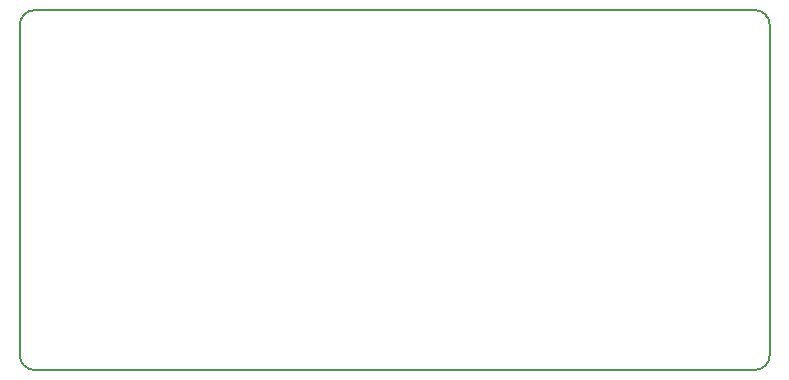
<source format=gbr>
G04 #@! TF.FileFunction,Profile,NP*
%FSLAX46Y46*%
G04 Gerber Fmt 4.6, Leading zero omitted, Abs format (unit mm)*
G04 Created by KiCad (PCBNEW 4.0.7) date 03/26/18 16:58:00*
%MOMM*%
%LPD*%
G01*
G04 APERTURE LIST*
%ADD10C,0.100000*%
%ADD11C,0.150000*%
G04 APERTURE END LIST*
D10*
D11*
X151130000Y-107315000D02*
X144780000Y-107315000D01*
X151130000Y-76835000D02*
X144780000Y-76835000D01*
X143510000Y-106045000D02*
X143510000Y-78105000D01*
X205740000Y-107315000D02*
X151130000Y-107315000D01*
X207010000Y-78105000D02*
X207010000Y-106045000D01*
X151130000Y-76835000D02*
X205740000Y-76835000D01*
X207010000Y-78105000D02*
G75*
G03X205740000Y-76835000I-1270000J0D01*
G01*
X143510000Y-106045000D02*
G75*
G03X144780000Y-107315000I1270000J0D01*
G01*
X205740000Y-107315000D02*
G75*
G03X207010000Y-106045000I0J1270000D01*
G01*
X144780000Y-76835000D02*
G75*
G03X143510000Y-78105000I0J-1270000D01*
G01*
M02*

</source>
